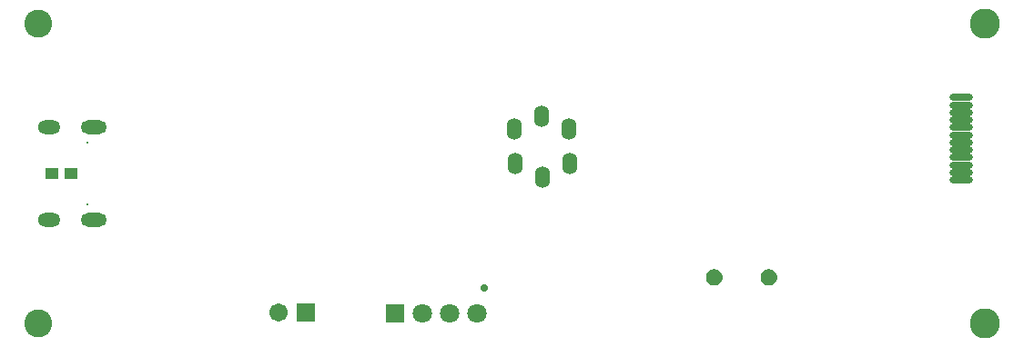
<source format=gbs>
G04*
G04 #@! TF.GenerationSoftware,Altium Limited,Altium Designer,21.2.1 (34)*
G04*
G04 Layer_Color=16711935*
%FSLAX25Y25*%
%MOIN*%
G70*
G04*
G04 #@! TF.SameCoordinates,937FA343-5D84-449D-BBD7-2FC7B833E5F3*
G04*
G04*
G04 #@! TF.FilePolarity,Negative*
G04*
G01*
G75*
%ADD56R,0.04600X0.04300*%
%ADD74C,0.05524*%
%ADD75O,0.05524X0.07887*%
%ADD76O,0.08270X0.05120*%
%ADD77O,0.09460X0.05120*%
%ADD78C,0.00800*%
%ADD79R,0.06706X0.06706*%
%ADD80C,0.06706*%
%ADD81C,0.07099*%
%ADD82R,0.07099X0.07099*%
%ADD83C,0.11036*%
%ADD84C,0.10249*%
%ADD85C,0.02800*%
%ADD102O,0.08674X0.02375*%
G36*
X247889Y19957D02*
X247941Y19947D01*
X248592Y19773D01*
X248592Y19773D01*
X248609Y19767D01*
X248641Y19756D01*
X248665Y19744D01*
X248689Y19733D01*
X249272Y19396D01*
X249272Y19396D01*
X249316Y19366D01*
X249355Y19332D01*
X249832Y18855D01*
X249867Y18816D01*
X249896Y18772D01*
X250233Y18189D01*
X250244Y18165D01*
X250256Y18142D01*
X250267Y18109D01*
X250273Y18092D01*
X250273Y18092D01*
X250447Y17441D01*
X250457Y17389D01*
X250461Y17337D01*
Y17000D01*
Y16663D01*
X250457Y16611D01*
X250447Y16559D01*
X250273Y15908D01*
X250273Y15908D01*
X250267Y15891D01*
X250256Y15858D01*
X250244Y15835D01*
X250233Y15811D01*
X249896Y15228D01*
X249896Y15228D01*
X249867Y15184D01*
X249832Y15145D01*
X249355Y14668D01*
X249316Y14634D01*
X249272Y14604D01*
X248689Y14267D01*
X248689Y14267D01*
X248641Y14244D01*
X248609Y14233D01*
X248592Y14227D01*
X248592Y14227D01*
X247941Y14053D01*
X247889Y14043D01*
X247837Y14039D01*
X247163D01*
X247111Y14043D01*
X247059Y14053D01*
X247059Y14053D01*
X246408Y14227D01*
X246408Y14227D01*
X246383Y14236D01*
X246358Y14244D01*
X246311Y14267D01*
X246311Y14267D01*
X245728Y14604D01*
X245728Y14604D01*
X245684Y14634D01*
X245645Y14668D01*
X245168Y15145D01*
X245133Y15184D01*
X245104Y15228D01*
X244767Y15811D01*
X244767Y15811D01*
X244744Y15858D01*
X244733Y15891D01*
X244727Y15908D01*
X244727Y15908D01*
X244553Y16559D01*
X244543Y16611D01*
X244539Y16663D01*
Y17000D01*
Y17337D01*
X244543Y17389D01*
X244553Y17441D01*
X244553Y17441D01*
X244727Y18092D01*
X244727Y18092D01*
X244736Y18117D01*
X244744Y18142D01*
X244767Y18189D01*
X244767Y18189D01*
X245104Y18772D01*
X245104Y18772D01*
X245133Y18816D01*
X245168Y18855D01*
X245645Y19332D01*
X245684Y19366D01*
X245728Y19396D01*
X246311Y19733D01*
X246335Y19744D01*
X246358Y19756D01*
X246391Y19767D01*
X246408Y19773D01*
X246408Y19773D01*
X247059Y19947D01*
X247111Y19957D01*
X247163Y19961D01*
X247837D01*
X247889Y19957D01*
D02*
G37*
G36*
X267889D02*
X267941Y19947D01*
X268592Y19773D01*
X268592Y19773D01*
X268609Y19767D01*
X268641Y19756D01*
X268665Y19744D01*
X268689Y19733D01*
X269272Y19396D01*
X269272Y19396D01*
X269316Y19366D01*
X269355Y19332D01*
X269832Y18855D01*
X269866Y18816D01*
X269896Y18772D01*
X270233Y18189D01*
X270244Y18165D01*
X270256Y18142D01*
X270267Y18109D01*
X270273Y18092D01*
X270273Y18092D01*
X270447Y17441D01*
X270457Y17389D01*
X270461Y17337D01*
Y17000D01*
Y16663D01*
X270457Y16611D01*
X270447Y16559D01*
X270273Y15908D01*
X270273Y15908D01*
X270267Y15891D01*
X270256Y15858D01*
X270244Y15835D01*
X270233Y15811D01*
X269896Y15228D01*
X269896Y15228D01*
X269866Y15184D01*
X269832Y15145D01*
X269355Y14668D01*
X269316Y14634D01*
X269272Y14604D01*
X268689Y14267D01*
X268689Y14267D01*
X268641Y14244D01*
X268609Y14233D01*
X268592Y14227D01*
X268592Y14227D01*
X267941Y14053D01*
X267889Y14043D01*
X267837Y14039D01*
X267163D01*
X267111Y14043D01*
X267059Y14053D01*
X267059Y14053D01*
X266408Y14227D01*
X266408Y14227D01*
X266383Y14236D01*
X266358Y14244D01*
X266311Y14267D01*
X266311Y14267D01*
X265728Y14604D01*
X265728Y14604D01*
X265684Y14634D01*
X265645Y14668D01*
X265168Y15145D01*
X265134Y15184D01*
X265104Y15228D01*
X264767Y15811D01*
X264767Y15811D01*
X264744Y15858D01*
X264733Y15891D01*
X264727Y15908D01*
X264727Y15908D01*
X264553Y16559D01*
X264543Y16611D01*
X264539Y16663D01*
Y17000D01*
Y17337D01*
X264543Y17389D01*
X264553Y17441D01*
X264553Y17441D01*
X264727Y18092D01*
X264727Y18092D01*
X264736Y18117D01*
X264744Y18142D01*
X264767Y18189D01*
X264767Y18189D01*
X265104Y18772D01*
X265104Y18772D01*
X265134Y18816D01*
X265168Y18855D01*
X265645Y19332D01*
X265684Y19366D01*
X265728Y19396D01*
X266311Y19733D01*
X266335Y19744D01*
X266358Y19756D01*
X266391Y19767D01*
X266408Y19773D01*
X266408Y19773D01*
X267059Y19947D01*
X267111Y19957D01*
X267163Y19961D01*
X267837D01*
X267889Y19957D01*
D02*
G37*
D56*
X4911Y55118D02*
D03*
X11811D02*
D03*
D74*
X247500Y17000D02*
D03*
X267500D02*
D03*
D75*
X184700Y53938D02*
D03*
X194700Y58662D02*
D03*
X174700D02*
D03*
X174400Y71438D02*
D03*
X194400D02*
D03*
X184400Y76162D02*
D03*
D76*
X3838Y72125D02*
D03*
Y38105D02*
D03*
D77*
X20168D02*
D03*
Y72125D02*
D03*
D78*
X18080Y66492D02*
D03*
Y43736D02*
D03*
D79*
X98000Y4000D02*
D03*
D80*
X88000D02*
D03*
D81*
X150669Y3937D02*
D03*
X140669D02*
D03*
X160669D02*
D03*
D82*
X130669D02*
D03*
D83*
X346457Y110236D02*
D03*
Y0D02*
D03*
D84*
X0D02*
D03*
Y110236D02*
D03*
D85*
X163200Y13100D02*
D03*
D102*
X338000Y66465D02*
D03*
Y58197D02*
D03*
Y74732D02*
D03*
Y83000D02*
D03*
Y55441D02*
D03*
Y52685D02*
D03*
Y63709D02*
D03*
Y60953D02*
D03*
Y71976D02*
D03*
Y69221D02*
D03*
Y77488D02*
D03*
Y80244D02*
D03*
M02*

</source>
